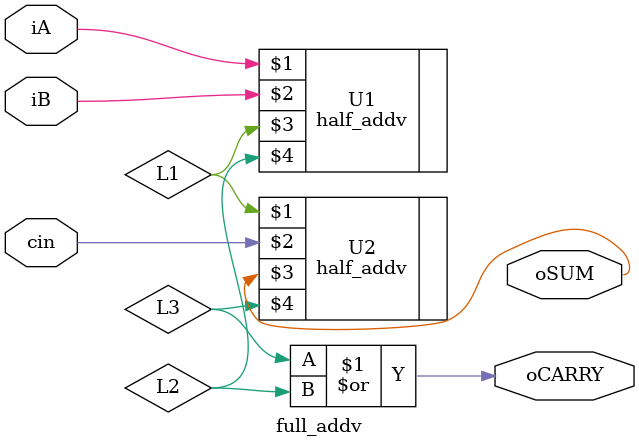
<source format=v>
/*
full add
 */
 
module full_addv (iA, iB, cin, oSUM, oCARRY);


/* I/O type definition */
input iA, iB, cin;
output oSUM, oCARRY;
wire L1, L2, L3;

//half_addv (input1, input2, oSUM, oCARRY);
half_addv U1 (iA, iB, L1, L2);
half_addv U2 (L1, cin, oSUM, L3);
or        U3 (oCARRY, L3, L2);

endmodule

</source>
